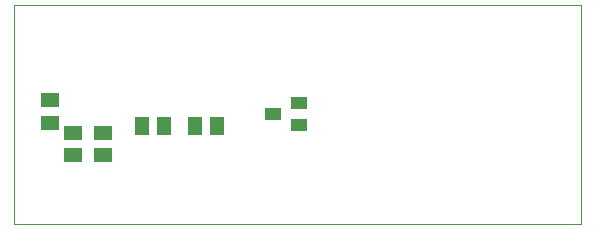
<source format=gtp>
G75*
%MOIN*%
%OFA0B0*%
%FSLAX25Y25*%
%IPPOS*%
%LPD*%
%AMOC8*
5,1,8,0,0,1.08239X$1,22.5*
%
%ADD10C,0.00000*%
%ADD11R,0.05906X0.05118*%
%ADD12R,0.05118X0.05906*%
%ADD13R,0.05512X0.03937*%
D10*
X0001610Y0001000D02*
X0190586Y0001000D01*
X0190586Y0073835D01*
X0001610Y0073835D01*
X0001610Y0001000D01*
D11*
X0021295Y0023835D03*
X0031137Y0023835D03*
X0031137Y0031315D03*
X0021295Y0031315D03*
X0013421Y0034661D03*
X0013421Y0042142D03*
D12*
X0044130Y0033480D03*
X0051610Y0033480D03*
X0061846Y0033480D03*
X0069326Y0033480D03*
D13*
X0087830Y0037417D03*
X0096492Y0033677D03*
X0096492Y0041157D03*
M02*

</source>
